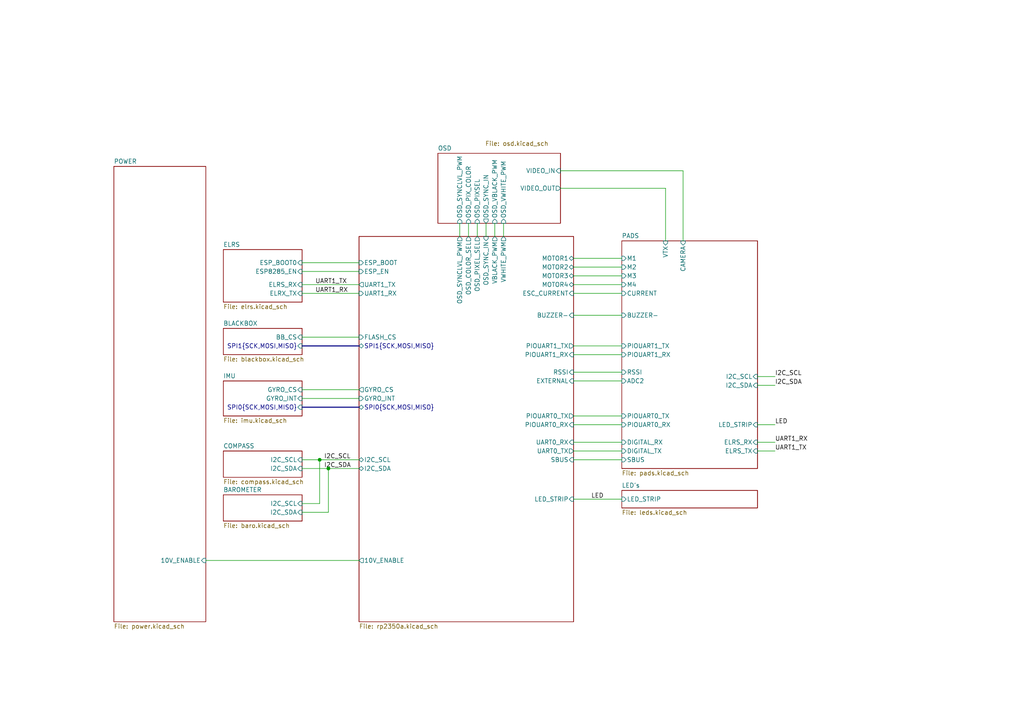
<source format=kicad_sch>
(kicad_sch
	(version 20250114)
	(generator "eeschema")
	(generator_version "9.0")
	(uuid "fb88b6f9-ee39-4640-a9d4-04a17ceeac64")
	(paper "A4")
	(lib_symbols)
	(junction
		(at 95.25 135.89)
		(diameter 0)
		(color 0 0 0 0)
		(uuid "9a889f24-ff78-4c46-8466-e59025aed96b")
	)
	(junction
		(at 92.71 133.35)
		(diameter 0)
		(color 0 0 0 0)
		(uuid "e1e8ee1d-c77c-497a-99f2-4179d0546522")
	)
	(wire
		(pts
			(xy 166.37 110.49) (xy 180.34 110.49)
		)
		(stroke
			(width 0)
			(type default)
		)
		(uuid "0008358f-87c2-4e7d-9181-60c868b63093")
	)
	(wire
		(pts
			(xy 166.37 80.01) (xy 180.34 80.01)
		)
		(stroke
			(width 0)
			(type default)
		)
		(uuid "011ea86f-d738-4021-b4c7-da6538e6db7a")
	)
	(wire
		(pts
			(xy 138.43 64.77) (xy 138.43 68.58)
		)
		(stroke
			(width 0)
			(type default)
		)
		(uuid "026cb0b9-0969-4d63-a12b-3e4020bcab38")
	)
	(wire
		(pts
			(xy 166.37 133.35) (xy 180.34 133.35)
		)
		(stroke
			(width 0)
			(type default)
		)
		(uuid "0b4b19e5-558c-42f5-89dc-757eb33aef13")
	)
	(wire
		(pts
			(xy 87.63 146.05) (xy 92.71 146.05)
		)
		(stroke
			(width 0)
			(type default)
		)
		(uuid "109c57cf-11b0-42de-9db3-5269229c773d")
	)
	(wire
		(pts
			(xy 87.63 133.35) (xy 92.71 133.35)
		)
		(stroke
			(width 0)
			(type default)
		)
		(uuid "12e8a7f5-b890-42bd-9c85-64fbc1682993")
	)
	(wire
		(pts
			(xy 162.56 54.61) (xy 193.04 54.61)
		)
		(stroke
			(width 0)
			(type default)
		)
		(uuid "1e623da3-f96a-4ba8-851a-81d96e46a0bf")
	)
	(bus
		(pts
			(xy 87.63 100.33) (xy 104.14 100.33)
		)
		(stroke
			(width 0)
			(type default)
		)
		(uuid "2936b044-4cf0-4a9c-948e-4f7f168f9f8f")
	)
	(wire
		(pts
			(xy 166.37 130.81) (xy 180.34 130.81)
		)
		(stroke
			(width 0)
			(type default)
		)
		(uuid "3d565517-f119-4e94-a76f-d594f710199e")
	)
	(wire
		(pts
			(xy 166.37 144.78) (xy 180.34 144.78)
		)
		(stroke
			(width 0)
			(type default)
		)
		(uuid "42250d1f-5a50-4ce9-8d51-f7f3f275bbd7")
	)
	(wire
		(pts
			(xy 92.71 133.35) (xy 104.14 133.35)
		)
		(stroke
			(width 0)
			(type default)
		)
		(uuid "42e8ceae-d9af-4a5e-82f0-1b68241c7e22")
	)
	(wire
		(pts
			(xy 166.37 77.47) (xy 180.34 77.47)
		)
		(stroke
			(width 0)
			(type default)
		)
		(uuid "4355e8ee-c58f-4d2c-b603-fbce338a8ad9")
	)
	(wire
		(pts
			(xy 95.25 135.89) (xy 104.14 135.89)
		)
		(stroke
			(width 0)
			(type default)
		)
		(uuid "4f5a099d-e099-4859-8cec-822ad78599f1")
	)
	(wire
		(pts
			(xy 87.63 115.57) (xy 104.14 115.57)
		)
		(stroke
			(width 0)
			(type default)
		)
		(uuid "5510669f-c6a6-4910-95a0-e30dd455c465")
	)
	(wire
		(pts
			(xy 166.37 85.09) (xy 180.34 85.09)
		)
		(stroke
			(width 0)
			(type default)
		)
		(uuid "5889f6e3-ef53-41f1-aa27-c7d7bfa5f84b")
	)
	(wire
		(pts
			(xy 166.37 74.93) (xy 180.34 74.93)
		)
		(stroke
			(width 0)
			(type default)
		)
		(uuid "5b7e9be2-d9f0-42a3-8167-ec186be9a385")
	)
	(wire
		(pts
			(xy 224.79 130.81) (xy 219.71 130.81)
		)
		(stroke
			(width 0)
			(type default)
		)
		(uuid "651f52b5-7265-49f2-b8cd-747e24a38546")
	)
	(wire
		(pts
			(xy 166.37 102.87) (xy 180.34 102.87)
		)
		(stroke
			(width 0)
			(type default)
		)
		(uuid "713cb663-ea17-43d7-aba6-67d8f50ef1cc")
	)
	(wire
		(pts
			(xy 87.63 76.2) (xy 104.14 76.2)
		)
		(stroke
			(width 0)
			(type default)
		)
		(uuid "7466febf-ce8f-4d9f-93d7-1dd7a1c452e9")
	)
	(wire
		(pts
			(xy 166.37 128.27) (xy 180.34 128.27)
		)
		(stroke
			(width 0)
			(type default)
		)
		(uuid "746f0fa9-2243-410e-ad0a-28a51700bf1c")
	)
	(wire
		(pts
			(xy 166.37 100.33) (xy 180.34 100.33)
		)
		(stroke
			(width 0)
			(type default)
		)
		(uuid "74d65897-4715-4ec4-b2a1-304db0f6149f")
	)
	(bus
		(pts
			(xy 87.63 118.11) (xy 104.14 118.11)
		)
		(stroke
			(width 0)
			(type default)
		)
		(uuid "7e83b87e-2db6-4bf1-a023-68df5d5642b0")
	)
	(wire
		(pts
			(xy 87.63 97.79) (xy 104.14 97.79)
		)
		(stroke
			(width 0)
			(type default)
		)
		(uuid "85855a38-2da2-43e3-a6c7-1d72a38c8bf6")
	)
	(wire
		(pts
			(xy 87.63 78.74) (xy 104.14 78.74)
		)
		(stroke
			(width 0)
			(type default)
		)
		(uuid "87e0608f-2169-4246-9c2c-f973d448cad7")
	)
	(wire
		(pts
			(xy 146.05 64.77) (xy 146.05 68.58)
		)
		(stroke
			(width 0)
			(type default)
		)
		(uuid "8baaa969-11b0-432f-9a43-fd43297b8f54")
	)
	(wire
		(pts
			(xy 140.97 64.77) (xy 140.97 68.58)
		)
		(stroke
			(width 0)
			(type default)
		)
		(uuid "91ca7201-703e-44f5-8755-b212fcfda794")
	)
	(wire
		(pts
			(xy 166.37 123.19) (xy 180.34 123.19)
		)
		(stroke
			(width 0)
			(type default)
		)
		(uuid "981053db-6e4e-4cb5-8e28-acded53ad121")
	)
	(wire
		(pts
			(xy 59.69 162.56) (xy 104.14 162.56)
		)
		(stroke
			(width 0)
			(type default)
		)
		(uuid "9ba0f36f-6487-407c-b37b-9918d7e4a0b6")
	)
	(wire
		(pts
			(xy 166.37 82.55) (xy 180.34 82.55)
		)
		(stroke
			(width 0)
			(type default)
		)
		(uuid "a16f2a14-2255-4839-8fde-aae4c6e39dee")
	)
	(wire
		(pts
			(xy 87.63 85.09) (xy 104.14 85.09)
		)
		(stroke
			(width 0)
			(type default)
		)
		(uuid "aa40eb9a-c3a8-460b-b720-290373a38f1d")
	)
	(wire
		(pts
			(xy 133.35 64.77) (xy 133.35 68.58)
		)
		(stroke
			(width 0)
			(type default)
		)
		(uuid "adafd273-6175-4c4f-92a1-d5ea337f53ca")
	)
	(wire
		(pts
			(xy 143.51 64.77) (xy 143.51 68.58)
		)
		(stroke
			(width 0)
			(type default)
		)
		(uuid "ae38071d-6c03-4557-95ee-e7bfebccd9a8")
	)
	(wire
		(pts
			(xy 166.37 91.44) (xy 180.34 91.44)
		)
		(stroke
			(width 0)
			(type default)
		)
		(uuid "b03c2f7e-d70a-42e9-9bec-cbfb9e6618c0")
	)
	(wire
		(pts
			(xy 224.79 123.19) (xy 219.71 123.19)
		)
		(stroke
			(width 0)
			(type default)
		)
		(uuid "b8fa71d0-5869-4e09-8158-249902e4ec31")
	)
	(wire
		(pts
			(xy 92.71 133.35) (xy 92.71 146.05)
		)
		(stroke
			(width 0)
			(type default)
		)
		(uuid "ba213643-5a4a-4142-a2ff-497fcf45fe89")
	)
	(wire
		(pts
			(xy 219.71 109.22) (xy 224.79 109.22)
		)
		(stroke
			(width 0)
			(type default)
		)
		(uuid "bf9550e6-970b-4e53-b740-bd5acc769a0d")
	)
	(wire
		(pts
			(xy 193.04 54.61) (xy 193.04 69.85)
		)
		(stroke
			(width 0)
			(type default)
		)
		(uuid "cdad406b-d1f6-4e36-b944-023f66006339")
	)
	(wire
		(pts
			(xy 166.37 120.65) (xy 180.34 120.65)
		)
		(stroke
			(width 0)
			(type default)
		)
		(uuid "d1f6cc25-7ee9-4151-b55f-e3f0cb079e4a")
	)
	(wire
		(pts
			(xy 224.79 128.27) (xy 219.71 128.27)
		)
		(stroke
			(width 0)
			(type default)
		)
		(uuid "db7f83ac-59d3-43d9-a4c2-5cf4f5607849")
	)
	(wire
		(pts
			(xy 87.63 113.03) (xy 104.14 113.03)
		)
		(stroke
			(width 0)
			(type default)
		)
		(uuid "ddfa78ba-8c96-46c8-b5b7-1747289319ee")
	)
	(wire
		(pts
			(xy 87.63 135.89) (xy 95.25 135.89)
		)
		(stroke
			(width 0)
			(type default)
		)
		(uuid "ded8b1ed-6d38-4416-a623-44950768b65f")
	)
	(wire
		(pts
			(xy 198.12 49.53) (xy 162.56 49.53)
		)
		(stroke
			(width 0)
			(type default)
		)
		(uuid "e1b61c07-2cd7-4d7c-b33e-010fb7e80c32")
	)
	(wire
		(pts
			(xy 198.12 69.85) (xy 198.12 49.53)
		)
		(stroke
			(width 0)
			(type default)
		)
		(uuid "e2203034-34a5-4902-b5dc-652880f121b5")
	)
	(wire
		(pts
			(xy 135.89 64.77) (xy 135.89 68.58)
		)
		(stroke
			(width 0)
			(type default)
		)
		(uuid "e39fba1a-1abb-4c3e-a4e1-c38a04ad46be")
	)
	(wire
		(pts
			(xy 87.63 148.59) (xy 95.25 148.59)
		)
		(stroke
			(width 0)
			(type default)
		)
		(uuid "e404ca4d-f1b6-4e9f-94ee-1e3381ea2841")
	)
	(wire
		(pts
			(xy 166.37 107.95) (xy 180.34 107.95)
		)
		(stroke
			(width 0)
			(type default)
		)
		(uuid "e6e58778-7ea7-4440-af17-e10f46bb0b35")
	)
	(wire
		(pts
			(xy 95.25 135.89) (xy 95.25 148.59)
		)
		(stroke
			(width 0)
			(type default)
		)
		(uuid "e7f57d7b-47cc-4ca3-af68-351c8519d2c8")
	)
	(wire
		(pts
			(xy 219.71 111.76) (xy 224.79 111.76)
		)
		(stroke
			(width 0)
			(type default)
		)
		(uuid "e8e3a785-8159-49d0-9e4a-76e5a53ec22e")
	)
	(wire
		(pts
			(xy 87.63 82.55) (xy 104.14 82.55)
		)
		(stroke
			(width 0)
			(type default)
		)
		(uuid "f670f2cf-d845-42c5-a6b3-0c54a41937a5")
	)
	(label "UART1_TX"
		(at 224.79 130.81 0)
		(effects
			(font
				(size 1.27 1.27)
			)
			(justify left bottom)
		)
		(uuid "0e71d75b-748d-48bb-938f-9a9f68bbebcd")
	)
	(label "I2C_SCL"
		(at 93.98 133.35 0)
		(effects
			(font
				(size 1.27 1.27)
			)
			(justify left bottom)
		)
		(uuid "12264164-5cf7-4d03-ab6e-e3ae84365bc5")
	)
	(label "UART1_RX"
		(at 224.79 128.27 0)
		(effects
			(font
				(size 1.27 1.27)
			)
			(justify left bottom)
		)
		(uuid "25e1f753-3bdc-45a1-925e-756956196c86")
	)
	(label "I2C_SCL"
		(at 224.79 109.22 0)
		(effects
			(font
				(size 1.27 1.27)
			)
			(justify left bottom)
		)
		(uuid "4534a1d1-2281-401c-9881-0c93d2158d40")
	)
	(label "I2C_SDA"
		(at 224.79 111.76 0)
		(effects
			(font
				(size 1.27 1.27)
			)
			(justify left bottom)
		)
		(uuid "8c597753-5f3a-4dc9-af00-1044e4320343")
	)
	(label "UART1_TX"
		(at 91.44 82.55 0)
		(effects
			(font
				(size 1.27 1.27)
			)
			(justify left bottom)
		)
		(uuid "93e641fa-e3e6-41dc-962d-9d1f31b822fd")
	)
	(label "UART1_RX"
		(at 91.44 85.09 0)
		(effects
			(font
				(size 1.27 1.27)
			)
			(justify left bottom)
		)
		(uuid "b4d19b0d-83b1-48df-86c5-561980a37f2c")
	)
	(label "LED"
		(at 171.45 144.78 0)
		(effects
			(font
				(size 1.27 1.27)
			)
			(justify left bottom)
		)
		(uuid "e3036286-2b33-4d7c-ad8f-eb97a920bfe4")
	)
	(label "LED"
		(at 224.79 123.19 0)
		(effects
			(font
				(size 1.27 1.27)
			)
			(justify left bottom)
		)
		(uuid "ed99d7ec-8654-4abe-bd20-8bf10b26f59a")
	)
	(label "I2C_SDA"
		(at 93.98 135.89 0)
		(effects
			(font
				(size 1.27 1.27)
			)
			(justify left bottom)
		)
		(uuid "f590bb4b-b829-4d13-b033-c5062a76592e")
	)
	(sheet
		(at 180.34 142.24)
		(size 39.37 5.08)
		(exclude_from_sim no)
		(in_bom yes)
		(on_board yes)
		(dnp no)
		(fields_autoplaced yes)
		(stroke
			(width 0.1524)
			(type solid)
		)
		(fill
			(color 0 0 0 0.0000)
		)
		(uuid "47e36ffd-e602-4c69-8d50-b5d1844ea5c3")
		(property "Sheetname" "LED's"
			(at 180.34 141.5284 0)
			(effects
				(font
					(size 1.27 1.27)
				)
				(justify left bottom)
			)
		)
		(property "Sheetfile" "leds.kicad_sch"
			(at 180.34 147.9046 0)
			(effects
				(font
					(size 1.27 1.27)
				)
				(justify left top)
			)
		)
		(pin "LED_STRIP" input
			(at 180.34 144.78 180)
			(uuid "0cd37315-ecbd-4c47-917c-56f7f661a271")
			(effects
				(font
					(size 1.27 1.27)
				)
				(justify left)
			)
		)
		(instances
			(project "OpenFC"
				(path "/fb88b6f9-ee39-4640-a9d4-04a17ceeac64"
					(page "10")
				)
			)
		)
	)
	(sheet
		(at 64.77 95.25)
		(size 22.86 7.62)
		(exclude_from_sim no)
		(in_bom yes)
		(on_board yes)
		(dnp no)
		(fields_autoplaced yes)
		(stroke
			(width 0.1524)
			(type solid)
		)
		(fill
			(color 0 0 0 0.0000)
		)
		(uuid "4c4f8c63-c695-4758-b1bc-c8af53273c68")
		(property "Sheetname" "BLACKBOX"
			(at 64.77 94.5384 0)
			(effects
				(font
					(size 1.27 1.27)
				)
				(justify left bottom)
			)
		)
		(property "Sheetfile" "blackbox.kicad_sch"
			(at 64.77 103.4546 0)
			(effects
				(font
					(size 1.27 1.27)
				)
				(justify left top)
			)
		)
		(pin "BB_CS" input
			(at 87.63 97.79 0)
			(uuid "5f3598ae-45d4-43f5-b79b-787bbf3f3d23")
			(effects
				(font
					(size 1.27 1.27)
				)
				(justify right)
			)
		)
		(pin "SPI1{SCK,MOSI,MISO}" input
			(at 87.63 100.33 0)
			(uuid "f0727fa2-cfc5-4a6e-9015-0aaabdeb947d")
			(effects
				(font
					(size 1.27 1.27)
				)
				(justify right)
			)
		)
		(instances
			(project "OpenFC"
				(path "/fb88b6f9-ee39-4640-a9d4-04a17ceeac64"
					(page "7")
				)
			)
		)
	)
	(sheet
		(at 64.77 110.49)
		(size 22.86 10.16)
		(exclude_from_sim no)
		(in_bom yes)
		(on_board yes)
		(dnp no)
		(fields_autoplaced yes)
		(stroke
			(width 0.1524)
			(type solid)
		)
		(fill
			(color 0 0 0 0.0000)
		)
		(uuid "757ed1e6-9a5f-4a0e-a946-254eae8dfb0d")
		(property "Sheetname" "IMU"
			(at 64.77 109.7784 0)
			(effects
				(font
					(size 1.27 1.27)
				)
				(justify left bottom)
			)
		)
		(property "Sheetfile" "imu.kicad_sch"
			(at 64.77 121.2346 0)
			(effects
				(font
					(size 1.27 1.27)
				)
				(justify left top)
			)
		)
		(pin "GYRO_INT" input
			(at 87.63 115.57 0)
			(uuid "2df2258a-b257-47f3-831b-c9de7403db9a")
			(effects
				(font
					(size 1.27 1.27)
				)
				(justify right)
			)
		)
		(pin "GYRO_CS" input
			(at 87.63 113.03 0)
			(uuid "1da5d3c5-9045-4221-8c29-f9a1641d5f55")
			(effects
				(font
					(size 1.27 1.27)
				)
				(justify right)
			)
		)
		(pin "SPI0{SCK,MOSI,MISO}" input
			(at 87.63 118.11 0)
			(uuid "2f9872e5-dbdc-40f2-b3b9-833eeb89fef0")
			(effects
				(font
					(size 1.27 1.27)
				)
				(justify right)
			)
		)
		(instances
			(project "OpenFC"
				(path "/fb88b6f9-ee39-4640-a9d4-04a17ceeac64"
					(page "6")
				)
			)
		)
	)
	(sheet
		(at 64.77 72.39)
		(size 22.86 15.24)
		(exclude_from_sim no)
		(in_bom yes)
		(on_board yes)
		(dnp no)
		(fields_autoplaced yes)
		(stroke
			(width 0.1524)
			(type solid)
		)
		(fill
			(color 0 0 0 0.0000)
		)
		(uuid "99f37a8a-e0ce-4199-a70f-608089c0dd22")
		(property "Sheetname" "ELRS"
			(at 64.77 71.6784 0)
			(effects
				(font
					(size 1.27 1.27)
				)
				(justify left bottom)
			)
		)
		(property "Sheetfile" "elrs.kicad_sch"
			(at 64.77 88.2146 0)
			(effects
				(font
					(size 1.27 1.27)
				)
				(justify left top)
			)
		)
		(pin "ELRS_RX" input
			(at 87.63 82.55 0)
			(uuid "b33e952a-d4ff-4ff2-adcf-37da12beb6a0")
			(effects
				(font
					(size 1.27 1.27)
				)
				(justify right)
			)
		)
		(pin "ELRX_TX" input
			(at 87.63 85.09 0)
			(uuid "8212b6c0-04aa-4cda-a8dd-1241c737686a")
			(effects
				(font
					(size 1.27 1.27)
				)
				(justify right)
			)
		)
		(pin "ESP8285_EN" input
			(at 87.63 78.74 0)
			(uuid "904ca2d0-0fb7-417e-8215-6d0ca837acd9")
			(effects
				(font
					(size 1.27 1.27)
				)
				(justify right)
			)
		)
		(pin "ESP_BOOT0" input
			(at 87.63 76.2 0)
			(uuid "d1260e9b-f1f4-495a-ac53-cfae09b25713")
			(effects
				(font
					(size 1.27 1.27)
				)
				(justify right)
			)
		)
		(instances
			(project "OpenFC"
				(path "/fb88b6f9-ee39-4640-a9d4-04a17ceeac64"
					(page "2")
				)
			)
		)
	)
	(sheet
		(at 64.77 143.51)
		(size 22.86 7.62)
		(exclude_from_sim no)
		(in_bom yes)
		(on_board yes)
		(dnp no)
		(fields_autoplaced yes)
		(stroke
			(width 0.1524)
			(type solid)
		)
		(fill
			(color 0 0 0 0.0000)
		)
		(uuid "a075ed74-3bcc-47df-aa10-c56f48bd2f3e")
		(property "Sheetname" "BAROMETER"
			(at 64.77 142.7984 0)
			(effects
				(font
					(size 1.27 1.27)
				)
				(justify left bottom)
			)
		)
		(property "Sheetfile" "baro.kicad_sch"
			(at 64.77 151.7146 0)
			(effects
				(font
					(size 1.27 1.27)
				)
				(justify left top)
			)
		)
		(pin "I2C_SCL" input
			(at 87.63 146.05 0)
			(uuid "b6238d72-676a-4aea-a3f3-8ed95517b63b")
			(effects
				(font
					(size 1.27 1.27)
				)
				(justify right)
			)
		)
		(pin "I2C_SDA" input
			(at 87.63 148.59 0)
			(uuid "2ae3bf35-20f8-4ecd-8afc-23541bfd357c")
			(effects
				(font
					(size 1.27 1.27)
				)
				(justify right)
			)
		)
		(instances
			(project "OpenFC"
				(path "/fb88b6f9-ee39-4640-a9d4-04a17ceeac64"
					(page "8")
				)
			)
		)
	)
	(sheet
		(at 127 44.45)
		(size 35.56 20.32)
		(exclude_from_sim no)
		(in_bom yes)
		(on_board yes)
		(dnp no)
		(stroke
			(width 0.1524)
			(type solid)
		)
		(fill
			(color 0 0 0 0.0000)
		)
		(uuid "cd9508c6-33b2-4092-8e87-ecfbafcee27b")
		(property "Sheetname" "OSD"
			(at 127 43.7384 0)
			(effects
				(font
					(size 1.27 1.27)
				)
				(justify left bottom)
			)
		)
		(property "Sheetfile" "osd.kicad_sch"
			(at 140.716 40.894 0)
			(effects
				(font
					(size 1.27 1.27)
				)
				(justify left top)
			)
		)
		(pin "VIDEO_IN" input
			(at 162.56 49.53 0)
			(uuid "27a993f2-2087-46f5-b1c8-87d4cf3a0910")
			(effects
				(font
					(size 1.27 1.27)
				)
				(justify right)
			)
		)
		(pin "VIDEO_OUT" output
			(at 162.56 54.61 0)
			(uuid "c6273ae1-8098-43f2-b3a9-083f27e07ea4")
			(effects
				(font
					(size 1.27 1.27)
				)
				(justify right)
			)
		)
		(pin "OSD_PIXSEL" input
			(at 138.43 64.77 270)
			(uuid "f18dbe81-854c-4c7c-9df5-868e84618783")
			(effects
				(font
					(size 1.27 1.27)
				)
				(justify left)
			)
		)
		(pin "OSD_PIX_COLOR" input
			(at 135.89 64.77 270)
			(uuid "be2f2556-4596-4446-b9a3-51ac4f9c0798")
			(effects
				(font
					(size 1.27 1.27)
				)
				(justify left)
			)
		)
		(pin "OSD_SYNC_IN" output
			(at 140.97 64.77 270)
			(uuid "a1d48989-d2a8-4754-b870-db0808971480")
			(effects
				(font
					(size 1.27 1.27)
				)
				(justify left)
			)
		)
		(pin "OSD_VBLACK_PWM" input
			(at 143.51 64.77 270)
			(uuid "f0275e3b-4534-4bb8-97b8-8a7ff90e9351")
			(effects
				(font
					(size 1.27 1.27)
				)
				(justify left)
			)
		)
		(pin "OSD_VWHITE_PWM" input
			(at 146.05 64.77 270)
			(uuid "a3fb16bf-7d12-47d6-af25-c6093b7891b5")
			(effects
				(font
					(size 1.27 1.27)
				)
				(justify left)
			)
		)
		(pin "OSD_SYNCLVL_PWM" input
			(at 133.35 64.77 270)
			(uuid "0816cfa5-f995-4933-8e5b-703d015568eb")
			(effects
				(font
					(size 1.27 1.27)
				)
				(justify left)
			)
		)
		(instances
			(project "OpenFC"
				(path "/fb88b6f9-ee39-4640-a9d4-04a17ceeac64"
					(page "11")
				)
			)
		)
	)
	(sheet
		(at 104.14 68.58)
		(size 62.23 111.76)
		(exclude_from_sim no)
		(in_bom yes)
		(on_board yes)
		(dnp no)
		(fields_autoplaced yes)
		(stroke
			(width 0.1524)
			(type solid)
		)
		(fill
			(color 0 0 0 0.0000)
		)
		(uuid "cec45a0d-1d48-4800-9760-14c521e5fc8b")
		(property "Sheetname" "RP2350A"
			(at 104.14 67.8684 0)
			(effects
				(font
					(size 1.27 1.27)
				)
				(justify left bottom)
				(hide yes)
			)
		)
		(property "Sheetfile" "rp2350a.kicad_sch"
			(at 104.14 180.9246 0)
			(effects
				(font
					(size 1.27 1.27)
				)
				(justify left top)
			)
		)
		(pin "BUZZER-" input
			(at 166.37 91.44 0)
			(uuid "98271fd3-5036-47d5-ae23-3de44c673d36")
			(effects
				(font
					(size 1.27 1.27)
				)
				(justify right)
			)
		)
		(pin "ESC_CURRENT" input
			(at 166.37 85.09 0)
			(uuid "973cd122-3489-46cb-a374-ffb1d5849423")
			(effects
				(font
					(size 1.27 1.27)
				)
				(justify right)
			)
		)
		(pin "EXTERNAL" input
			(at 166.37 110.49 0)
			(uuid "d6303f68-4b9e-47b3-9bb5-7a81df3ad2b4")
			(effects
				(font
					(size 1.27 1.27)
				)
				(justify right)
			)
		)
		(pin "FLASH_CS" input
			(at 104.14 97.79 180)
			(uuid "adfc1c30-ab45-4cfb-aec7-42a425a3186a")
			(effects
				(font
					(size 1.27 1.27)
				)
				(justify left)
			)
		)
		(pin "GYRO_CS" output
			(at 104.14 113.03 180)
			(uuid "8166ee67-d8ca-4b65-b928-7af27011c35e")
			(effects
				(font
					(size 1.27 1.27)
				)
				(justify left)
			)
		)
		(pin "GYRO_INT" input
			(at 104.14 115.57 180)
			(uuid "dce69a0d-08a0-42cf-ba7c-4fff24843762")
			(effects
				(font
					(size 1.27 1.27)
				)
				(justify left)
			)
		)
		(pin "I2C_SCL" bidirectional
			(at 104.14 133.35 180)
			(uuid "a344eef5-c8dc-4b71-b8ec-c059a592d8e0")
			(effects
				(font
					(size 1.27 1.27)
				)
				(justify left)
			)
		)
		(pin "I2C_SDA" bidirectional
			(at 104.14 135.89 180)
			(uuid "cb50cfd5-46dc-4bf3-a417-63bbca53d004")
			(effects
				(font
					(size 1.27 1.27)
				)
				(justify left)
			)
		)
		(pin "LED_STRIP" input
			(at 166.37 144.78 0)
			(uuid "d04d8af0-f11d-4aa9-8e3d-b7a0128738ea")
			(effects
				(font
					(size 1.27 1.27)
				)
				(justify right)
			)
		)
		(pin "MOTOR1" bidirectional
			(at 166.37 74.93 0)
			(uuid "c84687ca-3db6-4ceb-b375-471b2ce392a9")
			(effects
				(font
					(size 1.27 1.27)
				)
				(justify right)
			)
		)
		(pin "MOTOR2" bidirectional
			(at 166.37 77.47 0)
			(uuid "80e98017-2863-4add-8938-f87a8707a363")
			(effects
				(font
					(size 1.27 1.27)
				)
				(justify right)
			)
		)
		(pin "MOTOR3" bidirectional
			(at 166.37 80.01 0)
			(uuid "c74dda93-dcc1-4ea1-88a2-83d646c91508")
			(effects
				(font
					(size 1.27 1.27)
				)
				(justify right)
			)
		)
		(pin "MOTOR4" bidirectional
			(at 166.37 82.55 0)
			(uuid "c7d1c7e3-5e6d-4002-8706-ce0359c85538")
			(effects
				(font
					(size 1.27 1.27)
				)
				(justify right)
			)
		)
		(pin "PIOUART0_RX" input
			(at 166.37 123.19 0)
			(uuid "245595a5-f470-40b2-9e9c-0464db43380c")
			(effects
				(font
					(size 1.27 1.27)
				)
				(justify right)
			)
		)
		(pin "PIOUART0_TX" output
			(at 166.37 120.65 0)
			(uuid "4544f096-5879-4fc2-8009-e62e912e32e3")
			(effects
				(font
					(size 1.27 1.27)
				)
				(justify right)
			)
		)
		(pin "PIOUART1_RX" input
			(at 166.37 102.87 0)
			(uuid "e9c5b717-a198-4a25-83e9-0bf33b31ee19")
			(effects
				(font
					(size 1.27 1.27)
				)
				(justify right)
			)
		)
		(pin "PIOUART1_TX" output
			(at 166.37 100.33 0)
			(uuid "2a69ac8f-b8de-413b-b939-1dff74391914")
			(effects
				(font
					(size 1.27 1.27)
				)
				(justify right)
			)
		)
		(pin "RSSI" input
			(at 166.37 107.95 0)
			(uuid "480af7d4-a8a8-4eff-aa4a-2a850c595c03")
			(effects
				(font
					(size 1.27 1.27)
				)
				(justify right)
			)
		)
		(pin "SPI0{SCK,MOSI,MISO}" bidirectional
			(at 104.14 118.11 180)
			(uuid "52d70e24-3738-46f8-b12d-0ac7d080e90f")
			(effects
				(font
					(size 1.27 1.27)
				)
				(justify left)
			)
		)
		(pin "SPI1{SCK,MOSI,MISO}" bidirectional
			(at 104.14 100.33 180)
			(uuid "8bd1ee90-a7f7-478a-b785-fc395a7ee414")
			(effects
				(font
					(size 1.27 1.27)
				)
				(justify left)
			)
		)
		(pin "UART0_RX" input
			(at 166.37 128.27 0)
			(uuid "64ebb432-6cd0-4e4b-b946-124ff1f7167b")
			(effects
				(font
					(size 1.27 1.27)
				)
				(justify right)
			)
		)
		(pin "UART0_TX" output
			(at 166.37 130.81 0)
			(uuid "0f677826-f2f8-4d01-802b-2031f48f4a64")
			(effects
				(font
					(size 1.27 1.27)
				)
				(justify right)
			)
		)
		(pin "UART1_RX" input
			(at 104.14 85.09 180)
			(uuid "11c4a68f-3000-44d9-ac31-ad2c8ffd0283")
			(effects
				(font
					(size 1.27 1.27)
				)
				(justify left)
			)
		)
		(pin "UART1_TX" output
			(at 104.14 82.55 180)
			(uuid "1c999cfb-50de-4292-9bf0-4133c54cbe83")
			(effects
				(font
					(size 1.27 1.27)
				)
				(justify left)
			)
		)
		(pin "ESP_BOOT" input
			(at 104.14 76.2 180)
			(uuid "78eae160-b255-4e1c-8532-1e047f6bc1ea")
			(effects
				(font
					(size 1.27 1.27)
				)
				(justify left)
			)
		)
		(pin "ESP_EN" input
			(at 104.14 78.74 180)
			(uuid "7fc138f6-e0cb-4ea6-9141-c50cd33d95a1")
			(effects
				(font
					(size 1.27 1.27)
				)
				(justify left)
			)
		)
		(pin "OSD_COLOR_SEL" output
			(at 135.89 68.58 90)
			(uuid "fd1f3344-ee3b-4760-a8b8-35bd677e3490")
			(effects
				(font
					(size 1.27 1.27)
				)
				(justify right)
			)
		)
		(pin "OSD_PIXEL_SEL" output
			(at 138.43 68.58 90)
			(uuid "8a829450-db63-4896-b1d6-a1567f9feac1")
			(effects
				(font
					(size 1.27 1.27)
				)
				(justify right)
			)
		)
		(pin "OSD_SYNC_IN" input
			(at 140.97 68.58 90)
			(uuid "9da87cbb-8a88-49ec-9434-fd53a829a425")
			(effects
				(font
					(size 1.27 1.27)
				)
				(justify right)
			)
		)
		(pin "VBLACK_PWM" output
			(at 143.51 68.58 90)
			(uuid "74976125-6dce-40e5-a790-5bd9bbe0b4c6")
			(effects
				(font
					(size 1.27 1.27)
				)
				(justify right)
			)
		)
		(pin "VWHITE_PWM" output
			(at 146.05 68.58 90)
			(uuid "c1892bf5-692c-4d5a-aa8d-fb9f4dfb7801")
			(effects
				(font
					(size 1.27 1.27)
				)
				(justify right)
			)
		)
		(pin "SBUS" input
			(at 166.37 133.35 0)
			(uuid "4c0d8262-e027-4106-b68f-a57b9cb8f577")
			(effects
				(font
					(size 1.27 1.27)
				)
				(justify right)
			)
		)
		(pin "OSD_SYNCLVL_PWM" output
			(at 133.35 68.58 90)
			(uuid "ab62d3ad-c113-4bc3-b5a1-cd9c6028e44b")
			(effects
				(font
					(size 1.27 1.27)
				)
				(justify right)
			)
		)
		(pin "10V_ENABLE" output
			(at 104.14 162.56 180)
			(uuid "57b50031-16a7-4299-9eb0-96fd1b3614ea")
			(effects
				(font
					(size 1.27 1.27)
				)
				(justify left)
			)
		)
		(instances
			(project "OpenFC"
				(path "/fb88b6f9-ee39-4640-a9d4-04a17ceeac64"
					(page "3")
				)
			)
		)
	)
	(sheet
		(at 180.34 69.85)
		(size 39.37 66.04)
		(exclude_from_sim no)
		(in_bom yes)
		(on_board yes)
		(dnp no)
		(fields_autoplaced yes)
		(stroke
			(width 0.1524)
			(type solid)
		)
		(fill
			(color 0 0 0 0.0000)
		)
		(uuid "e8ddc219-4a16-40b0-9f20-756a7d038611")
		(property "Sheetname" "PADS"
			(at 180.34 69.1384 0)
			(effects
				(font
					(size 1.27 1.27)
				)
				(justify left bottom)
			)
		)
		(property "Sheetfile" "pads.kicad_sch"
			(at 180.34 136.4746 0)
			(effects
				(font
					(size 1.27 1.27)
				)
				(justify left top)
			)
		)
		(pin "BUZZER-" input
			(at 180.34 91.44 180)
			(uuid "0a8d0be2-efd0-45b8-9c81-df2910e42e8e")
			(effects
				(font
					(size 1.27 1.27)
				)
				(justify left)
			)
		)
		(pin "CURRENT" input
			(at 180.34 85.09 180)
			(uuid "107883fe-96c4-458f-9219-63447ca1c156")
			(effects
				(font
					(size 1.27 1.27)
				)
				(justify left)
			)
		)
		(pin "DIGITAL_RX" input
			(at 180.34 128.27 180)
			(uuid "0ec31421-d064-4e1a-bf12-635c7c99584d")
			(effects
				(font
					(size 1.27 1.27)
				)
				(justify left)
			)
		)
		(pin "DIGITAL_TX" input
			(at 180.34 130.81 180)
			(uuid "f112f990-2db5-4936-a435-fc56aeb1fdce")
			(effects
				(font
					(size 1.27 1.27)
				)
				(justify left)
			)
		)
		(pin "ELRS_RX" input
			(at 219.71 128.27 0)
			(uuid "a443401b-26ce-4ee3-a442-81a88f82c056")
			(effects
				(font
					(size 1.27 1.27)
				)
				(justify right)
			)
		)
		(pin "ELRS_TX" input
			(at 219.71 130.81 0)
			(uuid "979925f5-bc49-4031-a2b3-09b997102e45")
			(effects
				(font
					(size 1.27 1.27)
				)
				(justify right)
			)
		)
		(pin "I2C_SCL" input
			(at 219.71 109.22 0)
			(uuid "acb4c42b-5560-4d02-a810-5ad26856ae96")
			(effects
				(font
					(size 1.27 1.27)
				)
				(justify right)
			)
		)
		(pin "I2C_SDA" input
			(at 219.71 111.76 0)
			(uuid "fc2c3f88-5575-496f-85e1-d164f2cc1c94")
			(effects
				(font
					(size 1.27 1.27)
				)
				(justify right)
			)
		)
		(pin "LED_STRIP" input
			(at 219.71 123.19 0)
			(uuid "dc1b1e65-c91a-413f-a672-ff23093fa9b0")
			(effects
				(font
					(size 1.27 1.27)
				)
				(justify right)
			)
		)
		(pin "M1" input
			(at 180.34 74.93 180)
			(uuid "6521ddf6-ae49-4d91-80d1-1c34f1770f2f")
			(effects
				(font
					(size 1.27 1.27)
				)
				(justify left)
			)
		)
		(pin "M2" input
			(at 180.34 77.47 180)
			(uuid "39f0b867-19ba-49a0-9ebd-1a5c4733bec1")
			(effects
				(font
					(size 1.27 1.27)
				)
				(justify left)
			)
		)
		(pin "M3" input
			(at 180.34 80.01 180)
			(uuid "30851b83-188e-42bb-9003-5e9e7149585f")
			(effects
				(font
					(size 1.27 1.27)
				)
				(justify left)
			)
		)
		(pin "M4" input
			(at 180.34 82.55 180)
			(uuid "d4b1aa83-65fb-459d-8909-771952ea9790")
			(effects
				(font
					(size 1.27 1.27)
				)
				(justify left)
			)
		)
		(pin "SBUS" input
			(at 180.34 133.35 180)
			(uuid "a8eaff68-ee8b-43a1-bf6a-097465d1d424")
			(effects
				(font
					(size 1.27 1.27)
				)
				(justify left)
			)
		)
		(pin "PIOUART0_RX" input
			(at 180.34 123.19 180)
			(uuid "9f6ac2a0-1c92-46be-b091-7a0ce100382f")
			(effects
				(font
					(size 1.27 1.27)
				)
				(justify left)
			)
		)
		(pin "PIOUART0_TX" input
			(at 180.34 120.65 180)
			(uuid "2b9ecac0-87d8-4637-b9f0-16931d453b81")
			(effects
				(font
					(size 1.27 1.27)
				)
				(justify left)
			)
		)
		(pin "ADC2" input
			(at 180.34 110.49 180)
			(uuid "df7938e4-69ff-471d-89f8-226ae7f16a4d")
			(effects
				(font
					(size 1.27 1.27)
				)
				(justify left)
			)
		)
		(pin "CAMERA" input
			(at 198.12 69.85 90)
			(uuid "ab9db03d-4a6a-411c-a2f8-d8414c8f0a0b")
			(effects
				(font
					(size 1.27 1.27)
				)
				(justify right)
			)
		)
		(pin "VTX" input
			(at 193.04 69.85 90)
			(uuid "c2d860f2-6be2-47c5-9d20-edfefc9505e0")
			(effects
				(font
					(size 1.27 1.27)
				)
				(justify right)
			)
		)
		(pin "PIOUART1_RX" input
			(at 180.34 102.87 180)
			(uuid "175a7975-157b-48c0-bac2-57742bfa427f")
			(effects
				(font
					(size 1.27 1.27)
				)
				(justify left)
			)
		)
		(pin "PIOUART1_TX" input
			(at 180.34 100.33 180)
			(uuid "2126b9e5-980b-47bd-8626-cae1a8e91c5f")
			(effects
				(font
					(size 1.27 1.27)
				)
				(justify left)
			)
		)
		(pin "RSSI" input
			(at 180.34 107.95 180)
			(uuid "1b280d08-2853-4778-a1e5-dbc21b81ce53")
			(effects
				(font
					(size 1.27 1.27)
				)
				(justify left)
			)
		)
		(instances
			(project "OpenFC"
				(path "/fb88b6f9-ee39-4640-a9d4-04a17ceeac64"
					(page "5")
				)
			)
		)
	)
	(sheet
		(at 64.77 130.81)
		(size 22.86 7.62)
		(exclude_from_sim no)
		(in_bom yes)
		(on_board yes)
		(dnp no)
		(fields_autoplaced yes)
		(stroke
			(width 0.1524)
			(type solid)
		)
		(fill
			(color 0 0 0 0.0000)
		)
		(uuid "f2b07475-b96c-42d9-ab92-1eb92706f969")
		(property "Sheetname" "COMPASS"
			(at 64.77 130.0984 0)
			(effects
				(font
					(size 1.27 1.27)
				)
				(justify left bottom)
			)
		)
		(property "Sheetfile" "compass.kicad_sch"
			(at 64.77 139.0146 0)
			(effects
				(font
					(size 1.27 1.27)
				)
				(justify left top)
			)
		)
		(pin "I2C_SCL" input
			(at 87.63 133.35 0)
			(uuid "2d532b9d-d9db-4217-9f31-ef54d6c84d5f")
			(effects
				(font
					(size 1.27 1.27)
				)
				(justify right)
			)
		)
		(pin "I2C_SDA" input
			(at 87.63 135.89 0)
			(uuid "fe32317f-309d-499c-91c9-df05d12a79cf")
			(effects
				(font
					(size 1.27 1.27)
				)
				(justify right)
			)
		)
		(instances
			(project "OpenFC"
				(path "/fb88b6f9-ee39-4640-a9d4-04a17ceeac64"
					(page "9")
				)
			)
		)
	)
	(sheet
		(at 33.02 48.26)
		(size 26.67 132.08)
		(exclude_from_sim no)
		(in_bom yes)
		(on_board yes)
		(dnp no)
		(fields_autoplaced yes)
		(stroke
			(width 0.1524)
			(type solid)
		)
		(fill
			(color 0 0 0 0.0000)
		)
		(uuid "f8522f96-c979-41d2-ae00-e5ad899a3161")
		(property "Sheetname" "POWER"
			(at 33.02 47.5484 0)
			(effects
				(font
					(size 1.27 1.27)
				)
				(justify left bottom)
			)
		)
		(property "Sheetfile" "power.kicad_sch"
			(at 33.02 180.9246 0)
			(effects
				(font
					(size 1.27 1.27)
				)
				(justify left top)
			)
		)
		(pin "10V_ENABLE" input
			(at 59.69 162.56 0)
			(uuid "d89c2337-0771-47e8-a67e-78205f31100f")
			(effects
				(font
					(size 1.27 1.27)
				)
				(justify right)
			)
		)
		(instances
			(project "OpenFC"
				(path "/fb88b6f9-ee39-4640-a9d4-04a17ceeac64"
					(page "4")
				)
			)
		)
	)
	(sheet_instances
		(path "/"
			(page "1")
		)
	)
	(embedded_fonts no)
)

</source>
